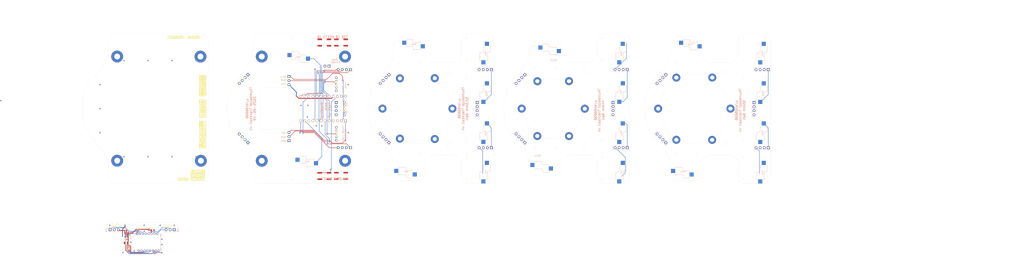
<source format=kicad_pcb>
(kicad_pcb (version 20241229) (generator "pcbnew") (generator_version "9.0")
  (layers (0 "F.Cu" signal) (2 "B.Cu" signal) (13 "F.Paste" user) (15 "B.Paste" user) (5 "F.SilkS" user "F.Silkscreen") (7 "B.SilkS" user "B.Silkscreen") (1 "F.Mask" user) (3 "B.Mask" user) (25 "Edge.Cuts" user))
  (net 0 "")
  (net 1 "GND")
  (net 2 "+3V3")
  (net 3 "NCS")
  (net 4 "SCLK")
  (net 5 "MOTION")
  (net 6 "GND_S")
  (net 7 "Net-(U4-VCP)")
  (net 8 "+1V8")
  (net 9 "+3.3VA")
  (net 10 "Button4")
  (net 11 "Button5")
  (net 12 "GNDA")
  (net 13 "Button3")
  (net 14 "Button2")
  (net 15 "Button1")
  (net 16 "Net-(U4-CP)")
  (net 17 "Net-(U4-CN)")
  (net 18 "Net-(U4-+VCSEL)")
  (net 19 "Net-(J1-Pin_2)")
  (net 21 "MOTION_S")
  (net 22 "Net-(U4-NRESET)")
  (net 23 "Net-(J1-Pin_1)")
  (net 24 "Button6")
  (net 25 "RST")
  (net 26 "SDIO")
  (net 28 "SDIO_S")
  (net 29 "SCLK_S")
  (net 31 "Net-(U4--VCSEL)")
  (net 32 "NCS_S")
  (net 33 "BTReset")
  (net 34 "BTSelect")
  (net 36 "Unlock")
  (net 37 "Orientation")
  (net 40 "Handiness")
  (net 41 "Net-(J4-Pin_4)")
  (net 42 "Net-(J5-Pin_4)")
  (net 43 "GNDB")
  (net 44 "GNDC")
  (net 45 "Net-(J6-Pin_4)")
  (net 46 "Net-(J7-Pin_4)")
  (net 47 "Net-(J4-Pin_1)")
  (net 48 "Net-(J5-Pin_1)")
  (net 49 "Button7")
  (net 50 "Button8")
  (net 51 "Net-(J6-Pin_1)")
  (net 52 "Net-(J7-Pin_1)")
  (net 53 "Net-(J4-Pin_3)")
  (net 54 "Net-(J5-Pin_3)")
  (net 55 "Net-(J6-Pin_3)")
  (net 56 "Net-(J7-Pin_3)")
  (net 57 "GNDE")
  (net 58 "Net-(J22-Pin_4)")
  (net 59 "Net-(J22-Pin_3)")
  (net 60 "Net-(J22-Pin_1)")
  (net 61 "Net-(J23-Pin_3)")
  (net 62 "Net-(J23-Pin_1)")
  (net 63 "Net-(J23-Pin_4)")
  (footprint "keyswitches.pretty-master:Kailh_socket_PG1350" (layer "F.Cu") (at 265.018 64.416 90)
    (property "Reference" "MX4")
    (property "Value" "MX-NoLED")
  )
  (footprint "Connector_PinSocket_2.54mm:PinSocket_1x04_P2.54mm_Vertical" (layer "F.Cu") (at 185.768 125.984 -90)
    (property "Reference" "J12")
    (property "Value" "Conn_01x04_Female")
  )
  (footprint "Connector_PinSocket_2.54mm:PinSocket_1x04_P2.54mm_Vertical" (layer "F.Cu") (at 185.768 77.216 -90)
    (property "Reference" "J15")
    (property "Value" "Conn_01x04_Female")
  )
  (footprint "keyswitches.pretty-master:Kailh_socket_PG1350" (layer "F.Cu") (at 156 139.464 180)
    (property "Reference" "MX2")
    (property "Value" "MX-NoLED")
  )
  (footprint "keyswitches.pretty-master:Kailh_socket_PG1350" (layer "F.Cu") (at 222.65 136.734)
    (property "Reference" "MX3")
    (property "Value" "MX-NoLED")
  )
  (footprint "Capacitor_SMD:C_0402_1005Metric" (layer "F.Cu") (at 60.021446 176.97 90)
    (property "Reference" "C6")
    (property "Value" "100nF")
  )
  (footprint "keyswitches.pretty-master:Kailh_socket_PG1350" (layer "F.Cu") (at 395.475 136.759)
    (property "Reference" "MX17")
    (property "Value" "MX-NoLED")
  )
  (footprint "Capacitor_SMD:C_0402_1005Metric" (layer "F.Cu") (at 46.251446 189.95)
    (property "Reference" "C8")
    (property "Value" "100nF")
  )
  (footprint "MountingHole:MountingHole_2.5mm_Pad" (layer "F.Cu") (at 216.65 82.7)
    (property "Reference" "H6")
    (property "Value" "MountingHole_Pad")
  )
  (footprint "MountingHole:MountingHole_2.5mm_Pad" (layer "F.Cu") (at 389.2 121.05)
    (property "Reference" "H15")
    (property "Value" "MountingHole_Pad")
  )
  (footprint "Connector_PinSocket_2.54mm:PinSocket_1x04_P2.54mm_Vertical" (layer "F.Cu") (at 121.773949 122.786051 -135)
    (property "Reference" "J13")
    (property "Value" "Conn_01x04_Female")
  )
  (footprint "MountingHole:MountingHole_2.5mm_Pad" (layer "F.Cu") (at 389.2 82.25)
    (property "Reference" "H25")
    (property "Value" "MountingHole_Pad")
  )
  (footprint "MountingHole:MountingHole_3.7mm_Pad" (layer "F.Cu") (at 130.4 69.1)
    (property "Reference" "H16")
    (property "Value" "MountingHole_Pad")
  )
  (footprint "Capacitor_SMD:C_0402_1005Metric" (layer "F.Cu") (at 46.521446 183.2 180)
    (property "Reference" "C2")
    (property "Value" "1u")
  )
  (footprint "MountingHole:MountingHole_2.5mm_Pad" (layer "F.Cu") (at 411.65 82.2)
    (property "Reference" "H23")
    (property "Value" "MountingHole_Pad")
  )
  (footprint "MountingHole:MountingHole_2.5mm_Pad" (layer "F.Cu") (at 423 101.6)
    (property "Reference" "H10")
    (property "Value" "MountingHole_Pad")
  )
  (footprint "Button_Switch_SMD:SW_Push_1P1T_NO_CK_KSC6xxJ" (layer "F.Cu") (at 179.9 60.35 180)
    (property "Reference" "BT_SELECT1" (hide yes))
    (property "Value" "SW_Push_Dual")
  )
  (footprint "Connector_PinSocket_2.54mm:PinSocket_1x03_P2.54mm_Vertical" (layer "F.Cu") (at 147.4 121.6 180)
    (property "Reference" "J20")
    (property "Value" "Conn_01x03_Socket")
  )
  (footprint "MountingHole:MountingHole_2.5mm_Pad" (layer "F.Cu") (at 302.425 118.7)
    (property "Reference" "H21")
    (property "Value" "MountingHole_Pad")
  )
  (footprint "KiCad:18252321" (layer "F.Cu") (at 181.9 103.6 90)
    (property "Reference" "SW1")
    (property "Value" "SW_SPDT" (hide yes))
  )
  (footprint "keyswitches.pretty-master:Kailh_socket_PG1350" (layer "F.Cu") (at 156 64.436)
    (property "Reference" "MX5")
    (property "Value" "MX-NoLED")
  )
  (footprint "MountingHole:MountingHole_3.7mm_Pad" (layer "F.Cu") (at 182.4472 134.15)
    (property "Reference" "H12")
    (property "Value" "MountingHole_Pad")
  )
  (footprint "MountingHole:MountingHole_3.7mm_Pad" (layer "F.Cu") (at 92.4 134.15)
    (property "Reference" "H2")
    (property "Value" "MountingHole_Pad")
  )
  (footprint "MountingHole:MountingHole_2.5mm_Pad" (layer "F.Cu") (at 238.4 82.6)
    (property "Reference" "H4")
    (property "Value" "MountingHole_Pad")
  )
  (footprint "Button_Switch_SMD:SW_Push_1P1T_NO_CK_KSC6xxJ" (layer "F.Cu") (at 169.5 143.664)
    (property "Reference" "RESET1" (hide yes))
    (property "Value" "SW_Push_Dual")
  )
  (footprint "keyswitches.pretty-master:Kailh_socket_PG1350" (layer "F.Cu") (at 307.625 133.034)
    (property "Reference" "MX14")
    (property "Value" "MX-NoLED")
  )
  (footprint "MountingHole:MountingHole_2.5mm_Pad" (layer "F.Cu") (at 205.775 101.596446)
    (property "Reference" "H1" (hide yes))
    (property "Value" "MountingHole_Pad")
  )
  (footprint "keyswitches.pretty-master:Kailh_socket_PG1350" (layer "F.Cu") (at 437.843 138.759 90)
    (property "Reference" "MX19")
    (property "Value" "MX-NoLED")
  )
  (footprint "MountingHole:MountingHole_3.7mm_Pad" (layer "F.Cu") (at 92.1556 69.1)
    (property "Reference" "H8")
    (property "Value" "MountingHole_Pad")
  )
  (footprint "Connector_PinSocket_2.54mm:PinSocket_1x03_P2.54mm_Vertical" (layer "F.Cu") (at 147.4 81.6)
    (property "Reference" "J21")
    (property "Value" "Conn_01x03_Socket")
  )
  (footprint "MountingHole:MountingHole_3.7mm_Pad" (layer "F.Cu") (at 130.4 134.15)
    (property "Reference" "H14")
    (property "Value" "MountingHole_Pad")
  )
  (footprint "MountingHole:MountingHole_2.5mm_Pad" (layer "F.Cu") (at 377.85 101.621446)
    (property "Reference" "H26" (hide yes))
    (property "Value" "MountingHole_Pad")
  )
  (footprint "Connector_PinSocket_2.54mm:PinSocket_1x04_P2.54mm_Vertical" (layer "F.Cu") (at 121.78 80.42 -45)
    (property "Reference" "J10")
    (property "Value" "Conn_01x04_Female")
  )
  (footprint "Connector_PinSocket_2.54mm:PinSocket_1x04_P2.54mm_Vertical" (layer "F.Cu") (at 176.9 97.8)
    (property "Reference" "J14")
    (property "Value" "Conn_01x04_Female")
  )
  (footprint "MountingHole:MountingHole_2.5mm_Pad" (layer "F.Cu") (at 332.075 101.65)
    (property "Reference" "H19")
    (property "Value" "MountingHole_Pad")
  )
  (footprint "keyswitches.pretty-master:Kailh_socket_PG1350" (layer "F.Cu") (at 437.843 89.125 90)
    (property "Reference" "MX16")
    (property "Value" "MX-NoLED")
  )
  (footprint "keyswitches.pretty-master:Kailh_socket_PG1350" (layer "F.Cu") (at 307.625 69.416 180)
    (property "Reference" "MX13")
    (property "Value" "MX-NoLED")
  )
  (footprint "keyswitches.pretty-master:Kailh_socket_PG1350" (layer "F.Cu") (at 395.475 66.441 180)
    (property "Reference" "MX18")
    (property "Value" "MX-NoLED")
  )
  (footprint "MountingHole:MountingHole_3.7mm_Pad" (layer "F.Cu") (at 182.4028 69.1)
    (property "Reference" "H13")
    (property "Value" "MountingHole_Pad")
  )
  (footprint "Button_Switch_SMD:SW_Push_1P1T_NO_CK_KSC6xxJ" (layer "F.Cu") (at 169.5 60.35 180)
    (property "Reference" "BT_RESET1" (hide yes))
    (property "Value" "SW_Push_Dual")
  )
  (footprint "MountingHole:MountingHole_2.5mm_Pad" (layer "F.Cu") (at 302.475 84.5)
    (property "Reference" "H17")
    (property "Value" "MountingHole_Pad")
  )
  (footprint "MountingHole:MountingHole_3.7mm_Pad" (layer "F.Cu") (at 40.15 134.1)
    (property "Reference" "H9")
    (property "Value" "MountingHole_Pad")
  )
  (footprint "Capacitor_SMD:C_0402_1005Metric" (layer "F.Cu") (at 45.401446 177.65)
    (property "Reference" "C1")
    (property "Value" "0.1u")
  )
  (footprint "KiCad:18252321" (layer "F.Cu") (at 176.9 88.35 90)
    (property "Reference" "SW3")
    (property "Value" "SW_SPDT" (hide yes))
  )
  (footprint "Capacitor_SMD:C_0402_1005Metric" (layer "F.Cu") (at 46.251446 186.95 180)
    (property "Reference" "C5")
    (property "Value" "100nF")
  )
  (footprint "MountingHole:MountingHole_3.7mm_Pad" (layer "F.Cu") (at 40.1528 69.0739)
    (property "Reference" "H11")
    (property "Value" "MountingHole_Pad")
  )
  (footprint "keyswitches.pretty-master:Kailh_socket_PG1350" (layer "F.Cu") (at 265.018 114.1 90)
    (property "Reference" "MX9")
    (property "Value" "MX-NoLED")
  )
  (footprint "keyswitches.pretty-master:Kailh_socket_PG1350" (layer "F.Cu") (at 222.65 66.416 180)
    (property "Reference" "MX6")
    (property "Value" "MX-NoLED")
  )
  (footprint "Package_TO_SOT_SMD:SOT-23-5" (layer "F.Cu") (at 46.043446 180.4625 -90)
    (property "Reference" "U3")
    (property "Value" "TCR2EF19")
  )
  (footprint "MountingHole:MountingHole_2.5mm_Pad" (layer "F.Cu") (at 238.4 120.6)
    (property "Reference" "H5")
    (property "Value" "MountingHole_Pad")
  )
  (footprint "keyswitches.pretty-master:Kailh_socket_PG1350" (layer "F.Cu") (at 437.843 64.441 90)
    (property "Reference" "MX20")
    (property "Value" "MX-NoLED")
  )
  (footprint "Capacitor_SMD:C_0402_1005Metric" (layer "F.Cu") (at 53.041446 177.7)
    (property "Reference" "C9")
    (property "Value" "10nF")
  )
  (footprint "MountingHole:MountingHole_2.5mm_Pad" (layer "F.Cu") (at 249.4 101.6)
    (property "Reference" "H3")
    (property "Value" "MountingHole_Pad")
  )
  (footprint "MountingHole:MountingHole_2.5mm_Pad" (layer "F.Cu") (at 322.225 118.75)
    (property "Reference" "H20")
    (property "Value" "MountingHole_Pad")
  )
  (footprint "keyswitches.pretty-master:Kailh_socket_PG1350" (layer "F.Cu") (at 349.818 114.125 90)
    (property "Reference" "MX12")
    (property "Value" "MX-NoLED")
  )
  (footprint "MountingHole:MountingHole_2.5mm_Pad" (layer "F.Cu") (at 216.65 120.35)
    (property "Reference" "H7")
    (property "Value" "MountingHole_Pad")
  )
  (footprint "Button_Switch_SMD:SW_Push_1P1T_NO_CK_KSC6xxJ" (layer "F.Cu") (at 179.9 143.6)
    (property "Reference" "STUDIO_UNLOCK1" (hide yes))
    (property "Value" "SW_Push_Dual")
  )
  (footprint "Connector_PinHeader_2.54mm:PinHeader_1x02_P2.54mm_Vertical" (layer "F.Cu") (at 172.4 75.1 -90)
    (property "Reference" "J1")
    (property "Value" "Battery")
  )
  (footprint "keyswitches.pretty-master:Kailh_socket_PG1350" (layer "F.Cu") (at 437.843 114.125 90)
    (property "Reference" "MX15")
    (property "Value" "MX-NoLED")
  )
  (footprint "keyswitches.pretty-master:Kailh_socket_PG1350" (layer "F.Cu") (at 265.018 89.1 90)
    (property "Reference" "MX10")
    (property "Value" "MX-NoLED")
  )
  (footprint "Resistor_SMD:R_0603_1608Metric" (layer "F.Cu") (at 62.346446 177.45)
    (property "Reference" "R3")
    (property "Value" "10k")
  )
  (footprint "keyswitches.pretty-master:Kailh_socket_PG1350" (layer "F.Cu") (at 349.875 89.075 90)
    (property "Reference" "MX11")
    (property "Value" "MX-NoLED")
  )
  (footprint "keyswitches.pretty-master:Kailh_socket_PG1350" (layer "F.Cu") (at 349.818 138.734 90)
    (property "Reference" "MX7")
    (property "Value" "MX-NoLED")
  )
  (footprint "MountingHole:MountingHole_2.5mm_Pad" (layer "F.Cu") (at 292.675 101.6)
    (property "Reference" "H22" (hide yes))
    (property "Value" "MountingHole_Pad")
  )
  (footprint "keyswitches.pretty-master:Kailh_socket_PG1350" (layer "F.Cu") (at 349.818 64.416 90)
    (property "Reference" "MX8")
    (property "Value" "MX-NoLED")
  )
  (footprint "MountingHole:MountingHole_2.5mm_Pad" (layer "F.Cu") (at 411.55 121.1)
    (property "Reference" "H24")
    (property "Value" "MountingHole_Pad")
  )
  (footprint "KiCad:18252321" (layer "F.Cu") (at 176.9 119.35 90)
    (property "Reference" "SW2")
    (property "Value" "SW_SPDT" (hide yes))
  )
  (footprint "MountingHole:MountingHole_2.5mm_Pad" (layer "F.Cu") (at 322.225 84.45)
    (property "Reference" "H18")
    (property "Value" "MountingHole_Pad")
  )
  (footprint "keyswitches.pretty-master:Kailh_socket_PG1350" (layer "F.Cu") (at 265.018 138.734 90)
    (property "Reference" "MX1")
    (property "Value" "MX-NoLED")
  )
  (footprint "Capacitor_SMD:C_0402_1005Metric" (layer "F.Cu") (at 46.251446 187.95 180)
    (property "Reference" "C3")
    (property "Value" "10uF")
  )
  (footprint "Capacitor_SMD:C_0805_2012Metric" (layer "F.Cu") (at 45.771446 185.45 180)
    (property "Reference" "C4")
    (property "Value" "3.3uF/16V")
  )
  (footprint "Capacitor_SMD:C_0402_1005Metric" (layer "F.Cu") (at 46.251446 188.95 180)
    (property "Reference" "C7")
    (property "Value" "10nF")
  )
  (footprint "Connector_PinHeader_2.54mm:PinHeader_1x04_P2.54mm_Vertical" (layer "B.Cu") (at 273.768 77.216 90)
    (property "Reference" "J5")
    (property "Value" "Conn_01x04_Male")
  )
  (footprint "Connector_PinHeader_2.54mm:PinHeader_1x04_P2.54mm_Vertical" (layer "B.Cu") (at 273.768 125.984 90)
    (property "Reference" "J4")
    (property "Value" "Conn_01x04_Male")
  )
  (footprint "Connector_PinHeader_2.54mm:PinHeader_1x04_P2.54mm_Vertical" (layer "B.Cu") (at 209.773949 80.423949 135)
    (property "Reference" "J2")
    (property "Value" "Conn_01x04_Male")
  )
  (footprint "Connector_PinHeader_2.54mm:PinHeader_1x04_P2.54mm_Vertical" (layer "B.Cu") (at 209.773949 122.786051 45)
    (property "Reference" "J3")
    (property "Value" "Conn_01x04_Male")
  )
  (footprint "Connector_PinHeader_2.54mm:PinHeader_1x04_P2.54mm_Vertical" (layer "B.Cu") (at 446.593 126.009 90)
    (property "Reference" "J22")
    (property "Value" "Conn_01x04_Male")
  )
  (footprint "promicro:ProMicro" (layer "B.Cu") (at 168.69 101.58 180)
    (property "Reference" "U1" (hide yes))
    (property "Value" "ProMicro")
  )
  (footprint "Connector_PinHeader_2.54mm:PinHeader_1x04_P2.54mm_Vertical" (layer "B.Cu") (at 294.573949 80.423949 135)
    (property "Reference" "J9")
    (property "Value" "Conn_01x04_Male")
  )
  (footprint "Connector_PinHeader_2.54mm:PinHeader_1x04_P2.54mm_Vertical" (layer "B.Cu") (at 437.725 97.815 180)
    (property "Reference" "J25")
    (property "Value" "Conn_01x04_Male")
  )
  (footprint "Connector_PinHeader_2.54mm:PinHeader_1x04_P2.54mm_Vertical" (layer "B.Cu") (at 446.593 77.241 90)
    (property "Reference" "J23")
    (property "Value" "Conn_01x04_Male")
  )
  (footprint "Connector_PinHeader_2.54mm:PinHeader_1x04_P2.54mm_Vertical" (layer "B.Cu") (at 358.568 125.984 90)
    (property "Reference" "J6")
    (property "Value" "Conn_01x04_Male")
  )
  (footprint "Connector_PinHeader_2.54mm:PinHeader_1x04_P2.54mm_Vertical" (layer "B.Cu") (at 294.573949 122.786051 45)
    (property "Reference" "J8")
    (property "Value" "Conn_01x04_Male")
  )
  (footprint "Connector_PinHeader_2.54mm:PinHeader_1x04_P2.54mm_Vertical" (layer "B.Cu") (at 349.7 97.79 180)
    (property "Reference" "J11")
    (property "Value" "Conn_01x04_Male")
  )
  (footprint "pmw3610_pcb:PMW3610DM-SUDU 16Pin" (layer "B.Cu") (at 58.821446 185 180)
    (property "Reference" "U4")
    (property "Value" "PMW3610" (hide yes))
    (fp_rect (start -8.252 4.35) (end 8.948 -4.35) (stroke (width 0.1)) (fill no) (layer "Edge.Cuts"))
  )
  (footprint "Connector_PinHeader_2.54mm:PinHeader_1x04_P2.54mm_Vertical" (layer "B.Cu") (at 264.9 97.79 180)
    (property "Reference" "J16")
    (property "Value" "Conn_01x04_Male")
  )
  (footprint "Connector_PinHeader_2.54mm:PinHeader_1x04_P2.54mm_Vertical" (layer "B.Cu") (at 382.598949 122.811051 45)
    (property "Reference" "J17")
    (property "Value" "Conn_01x04_Male")
  )
  (footprint "Connector_PinHeader_2.54mm:PinHeader_1x03_P2.54mm_Vertical" (layer "B.Cu") (at 35.771446 177.2 -90)
    (property "Reference" "J19")
    (property "Value" "Conn_01x03_Pin")
  )
  (footprint "Connector_PinHeader_2.54mm:PinHeader_1x03_P2.54mm_Vertical" (layer "B.Cu") (at 75.771446 177.2 90)
    (property "Reference" "J18")
    (property "Value" "Conn_01x03_Pin")
  )
  (footprint "Connector_PinHeader_2.54mm:PinHeader_1x04_P2.54mm_Vertical" (layer "B.Cu") (at 382.598949 80.448949 135)
    (property "Reference" "J24")
    (property "Value" "Conn_01x04_Male")
  )
  (footprint "Connector_PinHeader_2.54mm:PinHeader_1x04_P2.54mm_Vertical" (layer "B.Cu") (at 358.568 77.216 90)
    (property "Reference" "J7")
    (property "Value" "Conn_01x04_Male")
  )
  (gr_circle (center 400.425 101.625) (end 422.025 101.625) (stroke (width 0.05)) (fill no) (layer "Edge.Cuts"))
  (gr_arc (start 92.155576 54.5739) (mid 95.690143 56.037376) (end 97.155575 59.571123) (stroke (width 0.05)) (layer "Edge.Cuts"))
  (gr_line (start 322.45 130.6) (end 334.7 130.6) (stroke (width 0.05)) (layer "Edge.Cuts"))
  (gr_arc (start 149.15 97.2) (mid 147.866528 96.674454) (end 147.320241 95.399672) (stroke (width 0.05)) (layer "Edge.Cuts"))
  (gr_line (start 149.15 97.2) (end 149.4 97.2) (stroke (width 0.05)) (layer "Edge.Cuts"))
  (gr_arc (start 410.475 72.625) (mid 406.939466 71.160534) (end 405.475 67.625) (stroke (width 0.05)) (layer "Edge.Cuts"))
  (gr_line (start 339.7 143.6) (end 339.7 135.6) (stroke (width 0.05)) (layer "Edge.Cuts"))
  (gr_line (start 34.978553 172.95) (end 76.521446 172.95) (stroke (width 0.05)) (layer "Edge.Cuts"))
  (gr_arc (start 292.604827 125.905394) (mid 296.268839 131.804603) (end 297.7 138.6) (stroke (width 0.05)) (layer "Edge.Cuts"))
  (gr_line (start 68.921446 179.05) (end 68.913649 191.641466) (stroke (width 0.05)) (layer "Edge.Cuts"))
  (gr_line (start 42.621446 178.95) (end 42.621452 191.65) (stroke (width 0.05)) (layer "Edge.Cuts"))
  (gr_arc (start 259.9 148.6) (mid 256.364466 147.135534) (end 254.9 143.6) (stroke (width 0.05)) (layer "Edge.Cuts"))
  (gr_line (start 427.725 143.625) (end 427.725 135.625) (stroke (width 0.05)) (layer "Edge.Cuts"))
  (gr_line (start 207.804827 125.905394) (end 204.400001 122.1) (stroke (width 0.05)) (layer "Edge.Cuts"))
  (gr_arc (start 355.2 54.6) (mid 358.735534 56.064466) (end 360.2 59.6) (stroke (width 0.05)) (layer "Edge.Cuts"))
  (gr_arc (start 312.45 59.6) (mid 315.985534 61.064466) (end 317.45 64.6) (stroke (width 0.05)) (layer "Edge.Cuts"))
  (gr_arc (start 360.2 143.6) (mid 358.735534 147.135534) (end 355.2 148.6) (stroke (width 0.05)) (layer "Edge.Cuts"))
  (gr_line (start 410.475 72.625) (end 422.725 72.625) (stroke (width 0.05)) (layer "Edge.Cuts"))
  (gr_line (start 29.557627 125.879294) (end 26.152801 122.0739) (stroke (width 0.05)) (layer "Edge.Cuts"))
  (gr_arc (start 270.4 54.6) (mid 273.935534 56.064466) (end 275.4 59.6) (stroke (width 0.05)) (layer "Edge.Cuts"))
  (gr_arc (start 147.430143 111.097808) (mid 147.941648 109.895955) (end 149.15 109.4) (stroke (width 0.05)) (layer "Edge.Cuts"))
  (gr_line (start 187.402799 59.597223) (end 187.447219 143.623303) (stroke (width 0.05)) (layer "Edge.Cuts"))
  (gr_circle (center 247.4 78.6) (end 245.9 78.7) (stroke (width 0.05)) (fill no) (layer "Edge.Cuts"))
  (gr_line (start 312.45 59.6) (end 302.7 59.6) (stroke (width 0.05)) (layer "Edge.Cuts"))
  (gr_line (start 42.62139 178.95) (end 34.978553 178.95) (stroke (width 0.05)) (layer "Edge.Cuts"))
  (gr_arc (start 124.9 63.958709) (mid 123.582833 71.096757) (end 119.804827 77.294606) (stroke (width 0.05)) (layer "Edge.Cuts"))
  (gr_arc (start 339.7 59.6) (mid 341.164466 56.064466) (end 344.7 54.6) (stroke (width 0.05)) (layer "Edge.Cuts"))
  (gr_arc (start 119.804827 125.905394) (mid 123.582837 132.103242) (end 124.9 139.241291) (stroke (width 0.05)) (layer "Edge.Cuts"))
  (gr_line (start 400.475 146.625) (end 390.725 146.625) (stroke (width 0.05)) (layer "Edge.Cuts"))
  (gr_arc (start 275.4 143.6) (mid 273.935534 147.135534) (end 270.4 148.6) (stroke (width 0.05)) (layer "Edge.Cuts"))
  (gr_arc (start 385.725 63.983709) (mid 384.407833 71.121757) (end 380.629827 77.319606) (stroke (width 0.05)) (layer "Edge.Cuts"))
  (gr_arc (start 212.9 63.958709) (mid 211.582833 71.096757) (end 207.804827 77.294606) (stroke (width 0.05)) (layer "Edge.Cuts"))
  (gr_line (start 317.45 67.6) (end 317.45 64.6) (stroke (width 0.05)) (layer "Edge.Cuts"))
  (gr_circle (center 332.2 78.6) (end 330.7 78.7) (stroke (width 0.05)) (fill no) (layer "Edge.Cuts"))
  (gr_line (start 275.4 101.6) (end 275.4 59.6) (stroke (width 0.05)) (layer "Edge.Cuts"))
  (gr_arc (start 377.225 122.125) (mid 369.456087 101.625) (end 377.225 81.125) (stroke (width 0.05)) (layer "Edge.Cuts"))
  (gr_line (start 380.629827 77.319606) (end 377.225001 81.125) (stroke (width 0.05)) (layer "Edge.Cuts"))
  (gr_arc (start 33.978553 173.95) (mid 34.271447 173.242896) (end 34.978553 172.95) (stroke (width 0.05)) (layer "Edge.Cuts"))
  (gr_circle (center 332.2 124.6) (end 333.7 124.5) (stroke (width 0.05)) (fill no) (layer "Edge.Cuts"))
  (gr_arc (start 297.7 64.6) (mid 296.268836 71.395396) (end 292.604827 77.294606) (stroke (width 0.05)) (layer "Edge.Cuts"))
  (gr_line (start 68.921446 179.05) (end 76.514339 179.05) (stroke (width 0.05)) (layer "Edge.Cuts"))
  (gr_arc (start 232.65 135.6) (mid 234.114466 132.064466) (end 237.65 130.6) (stroke (width 0.05)) (layer "Edge.Cuts"))
  (gr_line (start 360.2 101.6) (end 360.2 143.6) (stroke (width 0.05)) (layer "Edge.Cuts"))
  (gr_line (start 227.65 146.6) (end 217.9 146.6) (stroke (width 0.05)) (layer "Edge.Cuts"))
  (gr_line (start 400.475 56.625) (end 390.725 56.625) (stroke (width 0.05)) (layer "Edge.Cuts"))
  (gr_arc (start 427.725 59.625) (mid 429.189466 56.089466) (end 432.725 54.625) (stroke (width 0.05)) (layer "Edge.Cuts"))
  (gr_arc (start 173.15 89.85) (mid 172.857107 90.557107) (end 172.15 90.85) (stroke (width 0.05)) (layer "Edge.Cuts"))
  (gr_line (start 129.4 113.849999) (end 129.4 89.35) (stroke (width 0.05)) (layer "Edge.Cuts"))
  (gr_line (start 124.9 143.6) (end 124.9 139.241291) (stroke (width 0.05)) (layer "Edge.Cuts"))
  (gr_line (start 146.430038 114.85) (end 130.4 114.849999) (stroke (width 0.05)) (layer "Edge.Cuts"))
  (gr_arc (start 334.7 130.6) (mid 338.235534 132.064466) (end 339.7 135.6) (stroke (width 0.05)) (layer "Edge.Cuts"))
  (gr_arc (start 34.6528 59.5739) (mid 36.117266 56.038366) (end 39.6528 54.5739) (stroke (width 0.05)) (layer "Edge.Cuts"))
  (gr_line (start 232.65 67.6) (end 232.65 61.6) (stroke (width 0.05)) (layer "Edge.Cuts"))
  (gr_arc (start 130.4 114.849999) (mid 129.692894 114.557106) (end 129.4 113.849999) (stroke (width 0.05)) (layer "Edge.Cuts"))
  (gr_line (start 34.6528 59.5739) (end 34.6528 63.932609) (stroke (width 0.05)) (layer "Edge.Cuts"))
  (gr_line (start 29.557627 77.268506) (end 26.152801 81.0739) (stroke (width 0.05)) (layer "Edge.Cuts"))
  (gr_line (start 317.45 135.6) (end 317.45 138.6) (stroke (width 0.05)) (layer "Edge.Cuts"))
  (gr_arc (start 76.521446 172.95) (mid 77.228553 173.242893) (end 77.521446 173.95) (stroke (width 0.05)) (layer "Edge.Cuts"))
  (gr_arc (start 26.1528 122.0739) (mid 18.383887 101.5739) (end 26.1528 81.0739) (stroke (width 0.05)) (layer "Edge.Cuts"))
  (gr_line (start 405.475 67.625) (end 405.475 61.625) (stroke (width 0.05)) (layer "Edge.Cuts"))
  (gr_arc (start 159.692893 89.892893) (mid 159.4 90.6) (end 158.692893 90.892893) (stroke (width 0.05)) (layer "Edge.Cuts"))
  (gr_line (start 212.9 141.6) (end 212.9 139.241291) (stroke (width 0.05)) (layer "Edge.Cuts"))
  (gr_line (start 292.604827 77.294606) (end 289.200001 81.1) (stroke (width 0.05)) (layer "Edge.Cuts"))
  (gr_line (start 212.9 61.6) (end 212.9 63.958709) (stroke (width 0.05)) (layer "Edge.Cuts"))
  (gr_arc (start 207.804827 125.905394) (mid 211.582837 132.103242) (end 212.9 139.241291) (stroke (width 0.05)) (layer "Edge.Cuts"))
  (gr_circle (center 65.271446 175.45) (end 65.271446 174.45) (stroke (width 0.05)) (fill no) (layer "Edge.Cuts"))
  (gr_arc (start 124.9 59.6) (mid 126.364466 56.064466) (end 129.9 54.6) (stroke (width 0.05)) (layer "Edge.Cuts"))
  (gr_circle (center 227.6 101.6) (end 248.4 101.6) (stroke (width 0.05)) (fill no) (layer "Edge.Cuts"))
  (gr_arc (start 237.65 72.6) (mid 234.114466 71.135534) (end 232.65 67.6) (stroke (width 0.05)) (layer "Edge.Cuts"))
  (gr_arc (start 339.7 67.6) (mid 338.235534 71.135534) (end 334.7 72.6) (stroke (width 0.05)) (layer "Edge.Cuts"))
  (gr_line (start 39.6528 148.5739) (end 92.1528 148.5739) (stroke (width 0.05)) (layer "Edge.Cuts"))
  (gr_line (start 147.430143 111.097822) (end 147.430038 113.850038) (stroke (width 0.05)) (layer "Edge.Cuts"))
  (gr_line (start 149.15 109.4) (end 149.4 109.4) (stroke (width 0.05)) (layer "Edge.Cuts"))
  (gr_line (start 173.15 86.85) (end 173.15 89.85) (stroke (width 0.05)) (layer "Edge.Cuts"))
  (gr_arc (start 317.45 135.6) (mid 318.914466 132.064466) (end 322.45 130.6) (stroke (width 0.05)) (layer "Edge.Cuts"))
  (gr_circle (center 420.225 78.625) (end 418.725 78.725) (stroke (width 0.05)) (fill no) (layer "Edge.Cuts"))
  (gr_line (start 147.320241 95.399698) (end 147.320034 89.349966) (stroke (width 0.05)) (layer "Edge.Cuts"))
  (gr_arc (start 254.9 59.6) (mid 256.364466 56.064466) (end 259.9 54.6) (stroke (width 0.05)) (layer "Edge.Cuts"))
  (gr_line (start 34.6528 143.5739) (end 34.6528 139.215191) (stroke (width 0.05)) (layer "Edge.Cuts"))
  (gr_arc (start 232.65 141.6) (mid 231.185534 145.135534) (end 227.65 146.6) (stroke (width 0.05)) (layer "Edge.Cuts"))
  (gr_arc (start 172.15 90.85) (mid 171.442893 90.557107) (end 171.15 89.85) (stroke (width 0.05)) (layer "Edge.Cuts"))
  (gr_circle (center 247.4 124.6) (end 248.9 124.5) (stroke (width 0.05)) (fill no) (layer "Edge.Cuts"))
  (gr_line (start 427.725 59.625) (end 427.725 67.625) (stroke (width 0.05)) (layer "Edge.Cuts"))
  (gr_line (start 385.725 141.625) (end 385.725 139.266291) (stroke (width 0.05)) (layer "Edge.Cuts"))
  (gr_line (start 237.65 72.6) (end 249.9 72.6) (stroke (width 0.05)) (layer "Edge.Cuts"))
  (gr_arc (start 254.9 67.6) (mid 253.435534 71.135534) (end 249.9 72.6) (stroke (width 0.05)) (layer "Edge.Cuts"))
  (gr_arc (start 172.15 85.85) (mid 172.857107 86.142893) (end 173.15 86.85) (stroke (width 0.05)) (layer "Edge.Cuts"))
  (gr_arc (start 385.725 61.625) (mid 387.189466 58.089466) (end 390.725 56.625) (stroke (width 0.05)) (layer "Edge.Cuts"))
  (gr_arc (start 212.9 61.6) (mid 214.364466 58.064466) (end 217.9 56.6) (stroke (width 0.05)) (layer "Edge.Cuts"))
  (gr_arc (start 344.7 148.6) (mid 341.164466 147.135534) (end 339.7 143.6) (stroke (width 0.05)) (layer "Edge.Cuts"))
  (gr_line (start 129.9 54.6) (end 182.4 54.6) (stroke (width 0.05)) (layer "Edge.Cuts"))
  (gr_line (start 254.9 59.6) (end 254.9 67.6) (stroke (width 0.05)) (layer "Edge.Cuts"))
  (gr_arc (start 400.475 56.625) (mid 404.010534 58.089466) (end 405.475 61.625) (stroke (width 0.05)) (layer "Edge.Cuts"))
  (gr_arc (start 150.4 108.4) (mid 150.107107 109.107107) (end 149.4 109.4) (stroke (width 0.05)) (layer "Edge.Cuts"))
  (gr_arc (start 147.430038 113.850038) (mid 147.137131 114.55712) (end 146.430038 114.85) (stroke (width 0.05)) (layer "Edge.Cuts"))
  (gr_line (start 119.804827 77.294606) (end 116.400001 81.1) (stroke (width 0.05)) (layer "Edge.Cuts"))
  (gr_line (start 159.692893 86.892893) (end 159.692893 89.892893) (stroke (width 0.05)) (layer "Edge.Cuts"))
  (gr_line (start 259.9 54.6) (end 270.4 54.6) (stroke (width 0.05)) (layer "Edge.Cuts"))
  (gr_line (start 448.225 101.625) (end 448.225 59.625) (stroke (width 0.05)) (layer "Edge.Cuts"))
  (gr_arc (start 34.978553 178.95) (mid 34.271442 178.657109) (end 33.978553 177.95) (stroke (width 0.05)) (layer "Edge.Cuts"))
  (gr_line (start 146.320034 88.35) (end 130.4 88.35) (stroke (width 0.05)) (layer "Edge.Cuts"))
  (gr_arc (start 432.725 148.625) (mid 429.189466 147.160534) (end 427.725 143.625) (stroke (width 0.05)) (layer "Edge.Cuts"))
  (gr_arc (start 146.320034 88.35) (mid 147.027107 88.642893) (end 147.320034 89.349966) (stroke (width 0.05)) (layer "Edge.Cuts"))
  (gr_line (start 157.692893 89.892893) (end 157.692893 86.892893) (stroke (width 0.05)) (layer "Edge.Cuts"))
  (gr_arc (start 68.913553 191.641466) (mid 68.621452 192.35002) (end 67.913555 192.643688) (stroke (width 0.05)) (layer "Edge.Cuts"))
  (gr_line (start 380.629827 125.930394) (end 377.225001 122.125) (stroke (width 0.05)) (layer "Edge.Cuts"))
  (gr_circle (center 312.4 101.6) (end 331.1 101.6) (stroke (width 0.05)) (fill no) (layer "Edge.Cuts"))
  (gr_arc (start 34.6528 63.932609) (mid 33.335633 71.070657) (end 29.557627 77.268506) (stroke (width 0.05)) (layer "Edge.Cuts"))
  (gr_circle (center 420.225 124.625) (end 421.725 124.525) (stroke (width 0.05)) (fill no) (layer "Edge.Cuts"))
  (gr_arc (start 157.692893 86.892893) (mid 157.985786 86.185786) (end 158.692893 85.892893) (stroke (width 0.05)) (layer "Edge.Cuts"))
  (gr_circle (center 49.521446 175.45) (end 49.521446 174.45) (stroke (width 0.05)) (fill no) (layer "Edge.Cuts"))
  (gr_line (start 448.225 101.625) (end 448.225 143.625) (stroke (width 0.05)) (layer "Edge.Cuts"))
  (gr_line (start 39.6528 54.5739) (end 92.1528 54.5739) (stroke (width 0.05)) (layer "Edge.Cuts"))
  (gr_arc (start 77.514339 178.042893) (mid 77.221448 178.750002) (end 76.514339 179.042893) (stroke (width 0.05)) (layer "Edge.Cuts"))
  (gr_arc (start 129.9 148.6) (mid 126.364466 147.135534) (end 124.9 143.6) (stroke (width 0.05)) (layer "Edge.Cuts"))
  (gr_arc (start 116.4 122.1) (mid 108.631087 101.6) (end 116.4 81.1) (stroke (width 0.05)) (layer "Edge.Cuts"))
  (gr_arc (start 43.621444 192.647797) (mid 42.915119 192.355681) (end 42.621446 191.65) (stroke (width 0.05)) (layer "Edge.Cuts"))
  (gr_line (start 322.45 72.6) (end 334.7 72.6) (stroke (width 0.05)) (layer "Edge.Cuts"))
  (gr_line (start 432.725 148.625) (end 443.225 148.625) (stroke (width 0.05)) (layer "Edge.Cuts"))
  (gr_arc (start 182.402776 54.6) (mid 185.937343 56.063476) (end 187.402775 59.597223) (stroke (width 0.05)) (layer "Edge.Cuts"))
  (gr_arc (start 149.4 97.2) (mid 150.107107 97.492893) (end 150.4 98.2) (stroke (width 0.05)) (layer "Edge.Cuts"))
  (gr_line (start 124.9 59.6) (end 124.9 63.958709) (stroke (width 0.05)) (layer "Edge.Cuts"))
  (gr_line (start 150.4 98.2) (end 150.4 108.4) (stroke (width 0.05)) (layer "Edge.Cuts"))
  (gr_circle (center 159.4 124.6) (end 160.9 124.5) (stroke (width 0.05)) (fill no) (layer "Edge.Cuts"))
  (gr_arc (start 289.2 122.1) (mid 281.431087 101.6) (end 289.2 81.1) (stroke (width 0.05)) (layer "Edge.Cuts"))
  (gr_arc (start 390.725 146.625) (mid 387.189466 145.160534) (end 385.725 141.625) (stroke (width 0.05)) (layer "Edge.Cuts"))
  (gr_arc (start 227.65 56.6) (mid 231.185534 58.064466) (end 232.65 61.6) (stroke (width 0.05)) (layer "Edge.Cuts"))
  (gr_line (start 344.7 54.6) (end 355.2 54.6) (stroke (width 0.05)) (layer "Edge.Cuts"))
  (gr_line (start 119.804827 125.905394) (end 116.400001 122.1) (stroke (width 0.05)) (layer "Edge.Cuts"))
  (gr_arc (start 129.4 89.35) (mid 129.692893 88.642893) (end 130.4 88.35) (stroke (width 0.05)) (layer "Edge.Cuts"))
  (gr_arc (start 302.7 143.6) (mid 299.164466 142.135534) (end 297.7 138.6) (stroke (width 0.05)) (layer "Edge.Cuts"))
  (gr_arc (start 171.15 86.85) (mid 171.442893 86.142893) (end 172.15 85.85) (stroke (width 0.05)) (layer "Edge.Cuts"))
  (gr_arc (start 39.6528 148.5739) (mid 36.117266 147.109434) (end 34.6528 143.5739) (stroke (width 0.05)) (layer "Edge.Cuts"))
  (gr_arc (start 317.45 138.6) (mid 315.985534 142.135534) (end 312.45 143.6) (stroke (width 0.05)) (layer "Edge.Cuts"))
  (gr_arc (start 380.629827 125.930394) (mid 384.407837 132.128242) (end 385.725 139.266291) (stroke (width 0.05)) (layer "Edge.Cuts"))
  (gr_arc (start 297.7 64.6) (mid 299.164466 61.064466) (end 302.7 59.6) (stroke (width 0.05)) (layer "Edge.Cuts"))
  (gr_arc (start 427.725 67.625) (mid 426.260534 71.160534) (end 422.725 72.625) (stroke (width 0.05)) (layer "Edge.Cuts"))
  (gr_line (start 97.155599 59.571123) (end 97.200019 143.597203) (stroke (width 0.05)) (layer "Edge.Cuts"))
  (gr_arc (start 204.4 122.1) (mid 196.631087 101.6) (end 204.4 81.1) (stroke (width 0.05)) (layer "Edge.Cuts"))
  (gr_line (start 207.804827 77.294606) (end 204.400001 81.1) (stroke (width 0.05)) (layer "Edge.Cuts"))
  (gr_line (start 385.725 61.625) (end 385.725 63.983709) (stroke (width 0.05)) (layer "Edge.Cuts"))
  (gr_line (start 33.978553 177.95) (end 33.978553 173.95) (stroke (width 0.05)) (layer "Edge.Cuts"))
  (gr_arc (start 322.45 72.6) (mid 318.914466 71.135534) (end 317.45 67.6) (stroke (width 0.05)) (layer "Edge.Cuts"))
  (gr_line (start 67.907066 192.643688) (end 43.621444 192.647797) (stroke (width 0.05)) (layer "Edge.Cuts"))
  (gr_line (start 129.9 148.6) (end 182.4 148.6) (stroke (width 0.05)) (layer "Edge.Cuts"))
  (gr_line (start 254.9 143.6) (end 254.9 135.6) (stroke (width 0.05)) (layer "Edge.Cuts"))
  (gr_arc (start 217.9 146.6) (mid 214.364466 145.135534) (end 212.9 141.6) (stroke (width 0.05)) (layer "Edge.Cuts"))
  (gr_line (start 292.604827 125.905394) (end 289.200001 122.1) (stroke (width 0.05)) (layer "Edge.Cuts"))
  (gr_line (start 227.65 56.6) (end 217.9 56.6) (stroke (width 0.05)) (layer "Edge.Cuts"))
  (gr_line (start 360.2 101.6) (end 360.2 59.6) (stroke (width 0.05)) (layer "Edge.Cuts"))
  (gr_line (start 339.7 59.6) (end 339.7 67.6) (stroke (width 0.05)) (layer "Edge.Cuts"))
  (gr_arc (start 405.475 135.625) (mid 406.939466 132.089466) (end 410.475 130.625) (stroke (width 0.05)) (layer "Edge.Cuts"))
  (gr_arc (start 158.692893 85.892893) (mid 159.4 86.185786) (end 159.692893 86.892893) (stroke (width 0.05)) (layer "Edge.Cuts"))
  (gr_arc (start 448.225 143.625) (mid 446.760534 147.160534) (end 443.225 148.625) (stroke (width 0.05)) (layer "Edge.Cuts"))
  (gr_line (start 410.475 130.625) (end 422.725 130.625) (stroke (width 0.05)) (layer "Edge.Cuts"))
  (gr_arc (start 405.475 141.625) (mid 404.010534 145.160534) (end 400.475 146.625) (stroke (width 0.05)) (layer "Edge.Cuts"))
  (gr_arc (start 249.9 130.6) (mid 253.435534 132.064466) (end 254.9 135.6) (stroke (width 0.05)) (layer "Edge.Cuts"))
  (gr_line (start 344.7 148.6) (end 355.2 148.6) (stroke (width 0.05)) (layer "Edge.Cuts"))
  (gr_line (start 405.475 135.625) (end 405.475 141.625) (stroke (width 0.05)) (layer "Edge.Cuts"))
  (gr_line (start 232.65 135.6) (end 232.65 141.6) (stroke (width 0.05)) (layer "Edge.Cuts"))
  (gr_line (start 259.9 148.6) (end 270.4 148.6) (stroke (width 0.05)) (layer "Edge.Cuts"))
  (gr_line (start 171.15 89.85) (end 171.15 86.85) (stroke (width 0.05)) (layer "Edge.Cuts"))
  (gr_line (start 77.514338 178.042893) (end 77.521446 173.95) (stroke (width 0.05)) (layer "Edge.Cuts"))
  (gr_line (start 275.4 101.6) (end 275.4 143.6) (stroke (width 0.05)) (layer "Edge.Cuts"))
  (gr_arc (start 443.225 54.625) (mid 446.760534 56.089466) (end 448.225 59.625) (stroke (width 0.05)) (layer "Edge.Cuts"))
  (gr_line (start 312.45 143.6) (end 302.7 143.6) (stroke (width 0.05)) (layer "Edge.Cuts"))
  (gr_line (start 432.725 54.625) (end 443.225 54.625) (stroke (width 0.05)) (layer "Edge.Cuts"))
  (gr_line (start 237.65 130.6) (end 249.9 130.6) (stroke (width 0.05)) (layer "Edge.Cuts"))
  (gr_circle (center 149.15 111.12) (end 150.15 111.12) (stroke (width 0.05)) (fill no) (layer "Edge.Cuts"))
  (gr_arc (start 158.692893 90.892893) (mid 157.985786 90.6) (end 157.692893 89.892893) (stroke (width 0.05)) (layer "Edge.Cuts"))
  (gr_circle (center 159.4 78.6) (end 160.9 78.6) (stroke (width 0.05)) (fill no) (layer "Edge.Cuts"))
  (gr_circle (center 149.15 95.37) (end 150.15 95.37) (stroke (width 0.05)) (fill no) (layer "Edge.Cuts"))
  (gr_arc (start 422.725 130.625) (mid 426.260534 132.089466) (end 427.725 135.625) (stroke (width 0.05)) (layer "Edge.Cuts"))
  (gr_arc (start 29.557627 125.879294) (mid 33.335637 132.077142) (end 34.6528 139.215191) (stroke (width 0.05)) (layer "Edge.Cuts"))
  (gr_arc (start 187.447219 143.623303) (mid 185.995187 147.198414) (end 182.4 148.6) (stroke (width 0.05)) (layer "Edge.Cuts"))
  (gr_arc (start 97.200019 143.597203) (mid 95.747987 147.172314) (end 92.1528 148.5739) (stroke (width 0.05)) (layer "Edge.Cuts"))
  (gr_text "BT SEL" (at 88.4 56.1 180) (layer "F.SilkS" knockout) (effects (font (size 1.5 1.5) (thickness 0.3) (bold yes)) (justify bottom)))
  (gr_text "ZMK\nSTUDIO\nUNLOCK" (at 90.4 146.6 0) (layer "F.SilkS" knockout) (effects (font (size 1.5 1.5) (thickness 0.3) (bold yes)) (justify bottom)))
  (gr_text "SDIO" (at 38.521446 176.2 45) (layer "F.SilkS") (effects (font (size 1 1)) (justify left bottom)))
  (gr_text "HAND\nRIGHT-LEFT" (at 95.7 87.35 90) (layer "F.SilkS" knockout) (effects (font (size 1.5 1.5) (thickness 0.2) (bold yes)) (justify bottom)))
  (gr_text "GND" (at 73.771446 174.2 315) (layer "F.SilkS") (effects (font (size 1 1)) (justify left bottom)))
  (gr_text "NCS" (at 71.021446 174.2 315) (layer "F.SilkS") (effects (font (size 1 1)) (justify left bottom)))
  (gr_text "MOT" (at 68.021446 174.2 315) (layer "F.SilkS") (effects (font (size 1 1)) (justify left bottom)))
  (gr_text "BATTERY \nON - OFF" (at 95.7 101.65 90) (layer "F.SilkS" knockout) (effects (font (size 1.5 1.5) (thickness 0.3) (bold yes)) (justify bottom)))
  (gr_text "3.3V" (at 41.021446 176.45 45) (layer "F.SilkS") (effects (font (size 1 1)) (justify left bottom)))
  (gr_text "BT CLEAR" (at 76.9 56.1 180) (layer "F.SilkS" knockout) (effects (font (size 1.5 1.5) (thickness 0.3) (bold yes)) (justify bottom)))
  (gr_text "1" (at 50.271446 179.7 0) (layer "F.SilkS") (effects (font (size 1 1)) (justify left bottom)))
  (gr_text "CONTROL\nFINGER-THUMB" (at 95.7 117.9 90) (layer "F.SilkS" knockout) (effects (font (size 1.5 1.5) (thickness 0.3) (bold yes)) (justify bottom)))
  (gr_text "SCLK" (at 35.521446 176.45 45) (layer "F.SilkS") (effects (font (size 1 1)) (justify left bottom)))
  (gr_text "RESET" (at 77.4 146.6 0) (layer "F.SilkS" knockout) (effects (font (size 1.5 1.5) (thickness 0.3) (bold yes)) (justify left bottom)))
  (gr_text "LEFT-RIGHT\nHAND" (at 183.3715 87.1 90) (layer "B.SilkS") (effects (font (size 1 1)) (justify bottom mirror)))
  (gr_text "+Battery\n (Red)" (at 172.9 70.6 180) (layer "B.SilkS") (effects (font (size 1 1)) (justify left bottom mirror)))
  (gr_text "RESET" (at 174.65 146.35 0) (layer "B.SilkS") (effects (font (size 1.5 1.5) (thickness 0.3) (bold yes)) (justify left bottom mirror)))
  (gr_text "u/ak66666\nThumbsUp! Trackball v4\n52.5mm Ball" (at 259.4 101.6 90) (layer "B.SilkS") (effects (font (size 1.5 1.5) (thickness 0.3) (bold yes)) (justify bottom mirror)))
  (gr_text "u/ak66666\nThumbsUp! Trackball v4\n44mm Ball" (at 344.4 102.6 90) (layer "B.SilkS") (effects (font (size 1.5 1.5) (thickness 0.3) (bold yes)) (justify bottom mirror)))
  (gr_text "SCLK" (at 145.8 82.35 0) (layer "B.SilkS") (effects (font (size 1 1)) (justify left bottom mirror)))
  (gr_text "THUMB-FINGER\nCONTROL" (at 183.3715 117.65 90) (layer "B.SilkS") (effects (font (size 1 1)) (justify bottom mirror)))
  (gr_text "GND" (at 145.5 122.45 0) (layer "B.SilkS") (effects (font (size 1 1)) (justify left bottom mirror)))
  (gr_text "UNLOCK" (at 184.8 146.3 0) (layer "B.SilkS") (effects (font (size 1.5 1.5) (thickness 0.3) (bold yes)) (justify left bottom mirror)))
  (gr_text "u/ak66666\nThumbsUp! Trackball v4\n55mm Ball" (at 432.4 102.6 90) (layer "B.SilkS") (effects (font (size 1.5 1.5) (thickness 0.3) (bold yes)) (justify bottom mirror)))
  (gr_text "3.3V" (at 145.8 86.85 0) (layer "B.SilkS") (effects (font (size 1 1)) (justify left bottom mirror)))
  (gr_text "MOT" (at 145.5 117.45 0) (layer "B.SilkS") (effects (font (size 1 1)) (justify left bottom mirror)))
  (gr_text "BT SEL" (at 180.4 55.85 180) (layer "B.SilkS") (effects (font (size 1.5 1.5) (thickness 0.3) (bold yes)) (justify bottom mirror)))
  (gr_text "u/ak66666\nThumbsUp! Trackball v4\n2025-09-19" (at 126.9 101.603554 90) (layer "B.SilkS") (effects (font (size 1.5 1.5) (thickness 0.3) (bold yes)) (justify bottom mirror)))
  (gr_text "SDIO" (at 145.8 84.35 0) (layer "B.SilkS") (effects (font (size 1 1)) (justify left bottom mirror)))
  (gr_text "BT CLEAR" (at 170.4 55.85 180) (layer "B.SilkS") (effects (font (size 1.5 1.5) (thickness 0.3) (bold yes)) (justify bottom mirror)))
  (gr_text "BATTERY \nOFF - ON" (at 183.95 101.4 90) (layer "B.SilkS") (effects (font (size 1 1)) (justify bottom mirror)))
  (gr_text "ProMicro \nhere \nFACE UP" (at 173.65 97.6 90) (layer "B.SilkS") (effects (font (size 1.5 1.5) (thickness 0.3) (bold yes)) (justify left bottom mirror)))
  (gr_text "NCS" (at 145.5 119.95 0) (layer "B.SilkS") (effects (font (size 1 1)) (justify left bottom mirror)))
  (via (at 59.4 131.6) (size 0.8) (drill 0.4) (layers "F.Cu" "B.Cu") (net 0))
  (via (at -32.6 96.6) (size 0.8) (drill 0.4) (layers "F.Cu" "B.Cu") (net 0))
  (via (at 59.4 71.6) (size 0.8) (drill 0.4) (layers "F.Cu" "B.Cu") (net 0))
  (via (at 74.4 71.6) (size 0.8) (drill 0.4) (layers "F.Cu" "B.Cu") (net 0))
  (via (at 29.4 101.6) (size 0.8) (drill 0.4) (layers "F.Cu" "B.Cu") (net 0))
  (via (at 74.4 131.6) (size 0.8) (drill 0.4) (layers "F.Cu" "B.Cu") (net 0))
  (via (at 164.4 112.35) (size 0.8) (drill 0.4) (layers "F.Cu" "B.Cu") (net 1))
  (via (at 154.9 99.6) (size 0.8) (drill 0.4) (layers "F.Cu" "B.Cu") (net 1))
  (via (at 158.9 106.85) (size 0.8) (drill 0.4) (layers "F.Cu" "B.Cu") (net 1))
  (via (at 184.4 86.6) (size 0.8) (drill 0.4) (layers "F.Cu" "B.Cu") (net 1))
  (via (at 159.15 99.6) (size 0.8) (drill 0.4) (layers "F.Cu" "B.Cu") (net 1))
  (via (at 167.9 112.35) (size 0.8) (drill 0.4) (layers "F.Cu" "B.Cu") (net 1))
  (via (at 184.4 116.6) (size 0.8) (drill 0.4) (layers "F.Cu" "B.Cu") (net 1))
  (segment (start 173.789 95.211) (end 153.511 95.211) (width 0.5) (layer "F.Cu") (net 2))
  (segment (start 153.511 95.211) (end 152.025 93.725) (width 0.5) (layer "F.Cu") (net 2))
  (segment (start 175.04 93.96) (end 173.789 95.211) (width 0.5) (layer "F.Cu") (net 2))
  (via (at 152.025 93.725) (size 0.8) (drill 0.4) (layers "F.Cu" "B.Cu") (net 2))
  (segment (start 147.4 86.68) (end 152.025 91.305) (width 0.5) (layer "B.Cu") (net 2))
  (segment (start 152.025 91.305) (end 152.025 93.725) (width 0.5) (layer "B.Cu") (net 2))
  (segment (start 162.9 115.6) (end 169.65 122.35) (width 0.25) (layer "F.Cu") (net 3))
  (segment (start 151.15 115.6) (end 162.9 115.6) (width 0.25) (layer "F.Cu") (net 3))
  (segment (start 169.65 122.35) (end 172.65 122.35) (width 0.25) (layer "F.Cu") (net 3))
  (segment (start 147.4 119.35) (end 151.15 115.6) (width 0.25) (layer "F.Cu") (net 3))
  (via (at 172.65 122.35) (size 0.8) (drill 0.4) (layers "F.Cu" "B.Cu") (net 3))
  (segment (start 169.96 117.66) (end 172.65 120.35) (width 0.25) (layer "B.Cu") (net 3))
  (segment (start 169.96 109.2) (end 169.96 117.66) (width 0.25) (layer "B.Cu") (net 3))
  (segment (start 172.65 120.35) (end 172.65 122.35) (width 0.25) (layer "B.Cu") (net 3))
  (segment (start 150.265 83.365) (end 170.885 83.365) (width 0.25) (layer "F.Cu") (net 4))
  (segment (start 178.9 79.6) (end 180.9 81.6) (width 0.25) (layer "F.Cu") (net 4))
  (segment (start 174.65 79.6) (end 178.9 79.6) (width 0.25) (layer "F.Cu") (net 4))
  (segment (start 148.5 81.6) (end 150.265 83.365) (width 0.25) (layer "F.Cu") (net 4))
  (segment (start 170.885 83.365) (end 174.65 79.6) (width 0.25) (layer "F.Cu") (net 4))
  (segment (start 180.9 81.6) (end 180.9 83.85) (width 0.25) (layer "F.Cu") (net 4))
  (segment (start 147.4 81.6) (end 148.5 81.6) (width 0.25) (layer "F.Cu") (net 4))
  (via (at 180.9 83.85) (size 0.8) (drill 0.4) (layers "F.Cu" "B.Cu") (net 4))
  (segment (start 181.246 84.196) (end 181.246 108.074) (width 0.25) (layer "B.Cu") (net 4))
  (segment (start 180.9 83.85) (end 181.246 84.196) (width 0.25) (layer "B.Cu") (net 4))
  (segment (start 181.246 108.074) (end 180.12 109.2) (width 0.25) (layer "B.Cu") (net 4))
  (segment (start 172.746016 121.35) (end 173.425 122.028984) (width 0.25) (layer "F.Cu") (net 5))
  (segment (start 173.425 122.028984) (end 173.425 122.125) (width 0.25) (layer "F.Cu") (net 5))
  (segment (start 147.4 116.52) (end 148.77 115.15) (width 0.25) (layer "F.Cu") (net 5))
  (segment (start 169.4 121.35) (end 172.746016 121.35) (width 0.25) (layer "F.Cu") (net 5))
  (segment (start 174.45 123.15) (end 180.85 123.15) (width 0.25) (layer "F.Cu") (net 5))
  (segment (start 163.2 115.15) (end 169.4 121.35) (width 0.25) (layer "F.Cu") (net 5))
  (segment (start 148.77 115.15) (end 163.2 115.15) (width 0.25) (layer "F.Cu") (net 5))
  (segment (start 180.85 123.15) (end 182.66 121.34) (width 0.25) (layer "F.Cu") (net 5))
  (segment (start 173.425 122.125) (end 174.45 123.15) (width 0.25) (layer "F.Cu") (net 5))
  (via (at 182.66 121.34) (size 0.8) (drill 0.4) (layers "F.Cu" "B.Cu") (net 5))
  (segment (start 182.66 109.2) (end 182.66 121.34) (width 0.25) (layer "B.Cu") (net 5))
  (segment (start 62.443446 190.35) (end 63.394446 191.301) (width 0.25) (layer "F.Cu") (net 6))
  (segment (start 63.394446 191.301) (end 67.622446 191.301) (width 0.25) (layer "F.Cu") (net 6))
  (segment (start 67.622446 191.301) (end 68.021446 191.7) (width 0.25) (layer "F.Cu") (net 6))
  (segment (start 62.598749 190.35) (end 62.443446 190.35) (width 0.25) (layer "F.Cu") (net 6))
  (segment (start 46.043446 179.325) (end 46.043446 177.812) (width 0.5) (layer "F.Cu") (net 6))
  (segment (start 50.583123 190.45) (end 50.771446 190.45) (width 0.5) (layer "F.Cu") (net 6))
  (segment (start 45.021446 175.249) (end 43.521446 176.749) (width 0.5) (layer "F.Cu") (net 6))
  (segment (start 46.043446 177.812) (end 45.881446 177.65) (width 0.5) (layer "F.Cu") (net 6))
  (segment (start 45.021446 174.45) (end 45.021446 175.249) (width 0.5) (layer "F.Cu") (net 6))
  (via (at 50.771446 190.45) (size 0.8) (drill 0.4) (layers "F.Cu" "B.Cu") (net 6))
  (via (at 43.521446 176.749) (size 0.8) (drill 0.4) (layers "F.Cu" "B.Cu") (net 6))
  (via (at 68.021446 191.7) (size 0.8) (drill 0.4) (layers "F.Cu" "B.Cu") (net 6))
  (via (at 48.771446 184.95) (size 0.8) (drill 0.4) (layers "F.Cu" "B.Cu") (net 6))
  (via (at 75.771446 174.45) (size 0.8) (drill 0.4) (layers "F.Cu" "B.Cu") (net 6))
  (via (at 57.021446 174.45) (size 0.8) (drill 0.4) (layers "F.Cu" "B.Cu") (net 6))
  (via (at 68.021446 186.45) (size 0.8) (drill 0.4) (layers "F.Cu" "B.Cu") (net 6))
  (via (at 35.521446 174.45) (size 0.8) (drill 0.4) (layers "F.Cu" "B.Cu") (net 6))
  (via (at 43.771446 191.45) (size 0.8) (drill 0.4) (layers "F.Cu" "B.Cu") (net 6))
  (via (at 46.093446 181.570437) (size 0.8) (drill 0.4) (layers "F.Cu" "B.Cu") (net 6))
  (via (at 57.021446 178.2) (size 0.8) (drill 0.4) (layers "F.Cu" "B.Cu") (net 6))
  (via (at 48.021446 180.45) (size 0.8) (drill 0.4) (layers "F.Cu" "B.Cu") (net 6))
  (via (at 68.021446 183.2) (size 0.8) (drill 0.4) (layers "F.Cu" "B.Cu") (net 6))
  (via (at 67.021446 174.45) (size 0.8) (drill 0.4) (layers "F.Cu" "B.Cu") (net 6))
  (via (at 45.021446 174.45) (size 0.8) (drill 0.4) (layers "F.Cu" "B.Cu") (net 6))
  (segment (start 48.021446 180.45) (end 47.213883 180.45) (width 0.5) (layer "B.Cu") (net 6))
  (segment (start 47.213883 180.45) (end 46.093446 181.570437) (width 0.5) (layer "B.Cu") (net 6))
  (segment (start 43.521446 176.749) (end 43.521446 181.45) (width 0.5) (layer "B.Cu") (net 6))
  (segment (start 48.021446 188.2) (end 47.739152 187.917706) (width 0.25) (layer "F.Cu") (net 7))
  (segment (start 63.520493 192.05) (end 48.806859 192.05) (width 0.25) (layer "F.Cu") (net 7))
  (segment (start 48.021446 191.264587) (end 48.021446 188.2) (width 0.25) (layer "F.Cu") (net 7))
  (segment (start 48.806859 192.05) (end 48.021446 191.264587) (width 0.25) (layer "F.Cu") (net 7))
  (segment (start 46.731446 188.917706) (end 46.731446 187.933853) (width 0.25) (layer "F.Cu") (net 7))
  (segment (start 47.739152 187.917706) (end 46.771446 187.917706) (width 0.25) (layer "F.Cu") (net 7))
  (via (at 63.520493 192.05) (size 0.8) (drill 0.4) (layers "F.Cu" "B.Cu") (net 7))
  (segment (start 63.520493 192.05) (end 64.303446 192.05) (width 0.25) (layer "B.Cu") (net 7))
  (segment (start 64.303446 192.05) (end 66.003446 190.35) (width 0.25) (layer "B.Cu") (net 7))
  (segment (start 48.597446 187.776) (end 48.597446 191.025999) (width 0.5) (layer "F.Cu") (net 8))
  (segment (start 46.751446 186.95) (end 47.771446 186.95) (width 0.5) (layer "F.Cu") (net 8))
  (segment (start 56.027446 191.426) (end 57.103446 190.35) (width 0.5) (layer "F.Cu") (net 8))
  (segment (start 48.997446 191.426) (end 56.027446 191.426) (width 0.5) (layer "F.Cu") (net 8))
  (segment (start 46.721446 185.45) (end 47.021446 185.75) (width 0.5) (layer "F.Cu") (net 8))
  (segment (start 46.993446 181.6) (end 46.993446 183.192) (width 0.5) (layer "F.Cu") (net 8))
  (segment (start 48.597446 191.025999) (end 48.997446 191.426) (width 0.5) (layer "F.Cu") (net 8))
  (segment (start 46.993446 183.192) (end 47.001446 183.2) (width 0.25) (layer "F.Cu") (net 8))
  (segment (start 46.993446 183.192) (end 47.221446 183.42) (width 0.25) (layer "F.Cu") (net 8))
  (segment (start 47.771446 186.95) (end 48.597446 187.776) (width 0.5) (layer "F.Cu") (net 8))
  (segment (start 46.771446 185.75) (end 46.771446 186.95) (width 0.5) (layer "F.Cu") (net 8))
  (segment (start 46.993446 185.178) (end 46.721446 185.45) (width 0.25) (layer "F.Cu") (net 8))
  (segment (start 46.993446 183.192) (end 46.993446 185.178) (width 0.5) (layer "F.Cu") (net 8))
  (segment (start 47.001446 185.17) (end 46.721446 185.45) (width 0.25) (layer "F.Cu") (net 8))
  (segment (start 45.093446 179.325) (end 45.093446 179.8916) (width 0.5) (layer "F.Cu") (net 9))
  (segment (start 46.993446 179.325) (end 47.118446 179.2) (width 0.5) (layer "F.Cu") (net 9))
  (segment (start 46.993446 179.922) (end 46.993446 179.325) (width 0.5) (layer "F.Cu") (net 9))
  (segment (start 45.093446 179.8916) (end 45.640346 180.4385) (width 0.5) (layer "F.Cu") (net 9))
  (segment (start 52.047446 176.924) (end 59.185447 176.924) (width 0.5) (layer "F.Cu") (net 9))
  (segment (start 60.021446 177.45) (end 61.521446 177.45) (width 0.5) (layer "F.Cu") (net 9))
  (segment (start 41.301446 177.65) (end 44.921446 177.65) (width 0.5) (layer "F.Cu") (net 9))
  (segment (start 40.851446 177.2) (end 40.851446 176.87) (width 0.25) (layer "F.Cu") (net 9))
  (segment (start 61.521446 179.618) (end 61.553446 179.65) (width 0.5) (layer "F.Cu") (net 9))
  (segment (start 40.851446 177.2) (end 41.301446 177.65) (width 0.5) (layer "F.Cu") (net 9))
  (segment (start 44.921446 179.153) (end 45.093446 179.325) (width 0.5) (layer "F.Cu") (net 9))
  (segment (start 59.185447 176.924) (end 59.711447 177.45) (width 0.5) (layer "F.Cu") (net 9))
  (segment (start 47.118446 179.2) (end 49.771446 179.2) (width 0.5) (layer "F.Cu") (net 9))
  (segment (start 61.521446 177.45) (end 61.521446 179.618) (width 0.5) (layer "F.Cu") (net 9))
  (segment (start 49.771446 179.2) (end 52.047446 176.924) (width 0.5) (layer "F.Cu") (net 9))
  (segment (start 45.640346 180.4385) (end 46.476946 180.4385) (width 0.5) (layer "F.Cu") (net 9))
  (segment (start 40.851446 176.87) (end 41.021446 176.7) (width 0.25) (layer "F.Cu") (net 9))
  (segment (start 59.711447 177.45) (end 60.021446 177.45) (width 0.5) (layer "F.Cu") (net 9))
  (segment (start 46.476946 180.4385) (end 46.993446 179.922) (width 0.5) (layer "F.Cu") (net 9))
  (segment (start 44.921446 177.65) (end 44.921446 179.153) (width 0.5) (layer "F.Cu") (net 9))
  (segment (start 168.625 78.1) (end 165.15 78.1) (width 0.25) (layer "F.Cu") (net 10))
  (segment (start 178.148 77.216) (end 176.945919 77.216) (width 0.25) (layer "F.Cu") (net 10))
  (segment (start 176.586919 77.575) (end 169.15 77.575) (width 0.25) (layer "F.Cu") (net 10))
  (segment (start 169.15 77.575) (end 168.625 78.1) (width 0.25) (layer "F.Cu") (net 10))
  (segment (start 176.945919 77.216) (end 176.586919 77.575) (width 0.25) (layer "F.Cu") (net 10))
  (via (at 165.15 78.1) (size 0.8) (drill 0.4) (layers "F.Cu" "B.Cu") (net 10))
  (segment (start 164.4 78.85) (end 165.15 78.1) (width 0.25) (layer "B.Cu") (net 10))
  (segment (start 162.34 109.2) (end 163.65 107.89) (width 0.25) (layer "B.Cu") (net 10))
  (segment (start 163.65 93.236396) (end 164.4 92.486396) (width 0.25) (layer "B.Cu") (net 10))
  (segment (start 163.65 107.89) (end 163.65 93.236396) (width 0.25) (layer "B.Cu") (net 10))
  (segment (start 164.4 92.486396) (end 164.4 78.85) (width 0.25) (layer "B.Cu") (net 10))
  (segment (start 166.9 74.35) (end 166.9 92.576396) (width 0.25) (layer "B.Cu") (net 11))
  (segment (start 166.15 107.93) (end 164.88 109.2) (width 0.25) (layer "B.Cu") (net 11))
  (segment (start 166.15 93.326396) (end 166.15 107.93) (width 0.25) (layer "B.Cu") (net 11))
  (segment (start 159.275 70.386) (end 162.936 70.386) (width 0.25) (layer "B.Cu") (net 11))
  (segment (start 166.9 92.576396) (end 166.15 93.326396) (width 0.25) (layer "B.Cu") (net 11))
  (segment (start 162.936 70.386) (end 166.9 74.35) (width 0.25) (layer "B.Cu") (net 11))
  (segment (start 164.275 135.225) (end 167.9 131.6) (width 0.25) (layer "B.Cu") (net 14))
  (segment (start 167.9 131.6) (end 167.9 119.84) (width 0.25) (layer "B.Cu") (net 14))
  (segment (start 164.275 135.714) (end 164.275 135.225) (width 0.25) (layer "B.Cu") (net 14))
  (segment (start 167.9 119.84) (end 157.26 109.2) (width 0.25) (layer "B.Cu") (net 14))
  (segment (start 162.65 116.1) (end 172.534 125.984) (width 0.25) (layer "F.Cu") (net 15))
  (segment (start 172.534 125.984) (end 178.148 125.984) (width 0.25) (layer "F.Cu") (net 15))
  (segment (start 154.65 116.1) (end 162.65 116.1) (width 0.25) (layer "F.Cu") (net 15))
  (segment (start 154.15 116.6) (end 154.65 116.1) (width 0.25) (layer "F.Cu") (net 15))
  (via (at 154.15 116.6) (size 0.8) (drill 0.4) (layers "F.Cu" "B.Cu") (net 15))
  (segment (start 154.72 116.03) (end 154.15 116.6) (width 0.25) (layer "B.Cu") (net 15))
  (segment (start 154.72 109.2) (end 154.72 116.03) (width 0.25) (layer "B.Cu") (net 15))
  (segment (start 46.50865 190.962508) (end 45.771446 190.225304) (width 0.25) (layer "F.Cu") (net 16))
  (segment (start 47.266941 190.962508) (end 46.50865 190.962508) (width 0.25) (layer "F.Cu") (net 16))
  (segment (start 45.771446 190.225304) (end 45.771446 189.95) (width 0.25) (layer "F.Cu") (net 16))
  (via (at 47.266941 190.962508) (size 0.8) (drill 0.4) (layers "F.Cu" "B.Cu") (net 16))
  (segment (start 59.261446 191.752) (end 60.663446 190.35) (width 0.25) (layer "B.Cu") (net 16))
  (segment (start 47.279449 190.95) (end 47.279449 191.208003) (width 0.25) (layer "B.Cu") (net 16))
  (segment (start 47.823446 191.752) (end 59.261446 191.752) (width 0.25) (layer "B.Cu") (net 16))
  (segment (start 47.279449 191.208003) (end 47.823446 191.752) (width 0.25) (layer "B.Cu") (net 16))
  (segment (start 47.266941 190.962508) (end 47.279449 190.95) (width 0.25) (layer "B.Cu") (net 16))
  (segment (start 47.271446 189.95) (end 47.284099 189.962653) (width 0.25) (layer "F.Cu") (net 17))
  (segment (start 46.796752 189.95) (end 47.271446 189.95) (width 0.25) (layer "F.Cu") (net 17))
  (via (at 47.284099 189.962653) (size 0.8) (drill 0.4) (layers "F.Cu" "B.Cu") (net 17))
  (segment (start 57.932446 191.301) (end 48.622446 191.301) (width 0.25) (layer "B.Cu") (net 17))
  (segment (start 47.567661 190.236508) (end 47.557954 190.236508) (width 0.25) (layer "B.Cu") (net 17))
  (segment (start 48.622446 191.301) (end 47.992941 190.671495) (width 0.25) (layer "B.Cu") (net 17))
  (segment (start 58.883446 190.35) (end 57.932446 191.301) (width 0.25) (layer "B.Cu") (net 17))
  (segment (start 47.557954 190.236508) (end 47.284099 189.962653) (width 0.25) (layer "B.Cu") (net 17))
  (segment (start 47.992941 190.661788) (end 47.567661 190.236508) (width 0.25) (layer "B.Cu") (net 17))
  (segment (start 47.992941 190.671495) (end 47.992941 190.661788) (width 0.25) (layer "B.Cu") (net 17))
  (segment (start 52.621446 179.618) (end 52.653446 179.65) (width 0.25) (layer "F.Cu") (net 18))
  (segment (start 52.621446 177.5) (end 52.621446 179.618) (width 0.25) (layer "F.Cu") (net 18))
  (segment (start 47.480713 192.203) (end 45.271446 189.993733) (width 0.25) (layer "B.Cu") (net 18))
  (segment (start 63.394446 190.727) (end 63.394446 190.743918) (width 0.25) (layer "B.Cu") (net 18))
  (segment (start 63.394446 190.743918) (end 62.837364 191.301) (width 0.25) (layer "B.Cu") (net 18))
  (segment (start 61.918446 192.203) (end 47.480713 192.203) (width 0.25) (layer "B.Cu") (net 18))
  (segment (start 62.820446 191.301) (end 61.918446 192.203) (width 0.25) (layer "B.Cu") (net 18))
  (segment (start 45.271446 181.2) (end 46.821446 179.65) (width 0.25) (layer "B.Cu") (net 18))
  (segment (start 64.223446 190.35) (end 63.771446 190.35) (width 0.25) (layer "B.Cu") (net 18))
  (segment (start 62.837364 191.301) (end 62.820446 191.301) (width 0.25) (layer "B.Cu") (net 18))
  (segment (start 45.271446 189.993733) (end 45.271446 181.2) (width 0.25) (layer "B.Cu") (net 18))
  (segment (start 46.821446 179.65) (end 52.653446 179.65) (width 0.25) (layer "B.Cu") (net 18))
  (segment (start 63.771446 190.35) (end 63.394446 190.727) (width 0.25) (layer "B.Cu") (net 18))
  (segment (start 70.691446 177.2) (end 67.563446 177.2) (width 0.25) (layer "B.Cu") (net 21))
  (segment (start 67.563446 177.2) (end 65.113446 179.65) (width 0.25) (layer "B.Cu") (net 21))
  (segment (start 63.171446 177.45) (end 63.171446 179.488) (width 0.25) (layer "F.Cu") (net 22))
  (segment (start 63.171446 179.488) (end 63.333446 179.65) (width 0.25) (layer "F.Cu") (net 22))
  (segment (start 169.4 78.35) (end 169.442 78.392) (width 0.25) (layer "F.Cu") (net 24))
  (segment (start 179.512 78.392) (end 180.688 77.216) (width 0.25) (layer "F.Cu") (net 24))
  (segment (start 169.442 78.392) (end 179.512 78.392) (width 0.25) (layer "F.Cu") (net 24))
  (via (at 169.4 78.35) (size 0.8) (drill 0.4) (layers "F.Cu" "B.Cu") (net 24))
  (segment (start 168.65 107.97) (end 168.65 91.382792) (width 0.25) (layer "B.Cu") (net 24))
  (segment (start 168.126 90.858792) (end 168.126 79.624) (width 0.25) (layer "B.Cu") (net 24))
  (segment (start 168.65 91.382792) (end 168.126 90.858792) (width 0.25) (layer "B.Cu") (net 24))
  (segment (start 168.126 79.624) (end 169.4 78.35) (width 0.25) (layer "B.Cu") (net 24))
  (segment (start 167.42 109.2) (end 168.65 107.97) (width 0.25) (layer "B.Cu") (net 24))
  (segment (start 170.85 141.664) (end 165.05 141.664) (width 0.25) (layer "F.Cu") (net 25))
  (segment (start 173.4 141.664) (end 173.4 139.6) (width 0.25) (layer "F.Cu") (net 25))
  (via (at 173.4 139.6) (size 0.8) (drill 0.4) (layers "F.Cu" "B.Cu") (net 25))
  (segment (start 173.9 97.64) (end 177.58 93.96) (width 0.25) (layer "B.Cu") (net 25))
  (segment (start 173.4 139.6) (end 173.9 139.1) (width 0.25) (layer "B.Cu") (net 25))
  (segment (start 173.9 139.1) (end 173.9 97.64) (width 0.25) (layer "B.Cu") (net 25))
  (segment (start 147.4 84.14) (end 169.86 84.14) (width 0.25) (layer "F.Cu") (net 26))
  (segment (start 169.86 84.14) (end 169.9 84.1) (width 0.25) (layer "F.Cu") (net 26))
  (via (at 169.9 84.1) (size 0.8) (drill 0.4) (layers "F.Cu" "B.Cu") (net 26))
  (segment (start 169.1 91.163604) (end 168.7 90.763604) (width 0.25) (layer "B.Cu") (net 26))
  (segment (start 169.1 91.196396) (end 169.1 91.163604) (width 0.25) (layer "B.Cu") (net 26))
  (segment (start 171.15 95.35) (end 171.15 93.246396) (width 0.25) (layer "B.Cu") (net 26))
  (segment (start 168.7 90.763604) (end 168.7 84.55) (width 0.25) (layer "B.Cu") (net 26))
  (segment (start 171.15 93.246396) (end 169.1 91.196396) (width 0.25) (layer "B.Cu") (net 26))
  (segment (start 168.7 84.55) (end 169.15 84.1) (width 0.25) (layer "B.Cu") (net 26))
  (segment (start 172.5 96.7) (end 171.15 95.35) (width 0.25) (layer "B.Cu") (net 26))
  (segment (start 169.15 84.1) (end 169.9 84.1) (width 0.25) (layer "B.Cu") (net 26))
  (segment (start 172.5 109.2) (end 172.5 96.7) (width 0.25) (layer "B.Cu") (net 26))
  (segment (start 38.311446 177.2) (end 39.487446 176.024) (width 0.25) (layer "B.Cu") (net 28))
  (segment (start 39.487446 176.024) (end 44.895446 176.024) (width 0.25) (layer "B.Cu") (net 28))
  (segment (start 53.471446 178.55) (end 54.433446 179.512) (width 0.25) (layer "B.Cu") (net 28))
  (segment (start 54.433446 179.512) (end 54.433446 179.65) (width 0.25) (layer "B.Cu") (net 28))
  (segment (start 44.895446 176.024) (end 47.421446 178.55) (width 0.25) (layer "B.Cu") (net 28))
  (segment (start 47.421446 178.55) (end 53.471446 178.55) (width 0.25) (layer "B.Cu") (net 28))
  (segment (start 47.559256 178.05) (end 54.613446 178.05) (width 0.25) (layer "B.Cu") (net 29))
  (segment (start 37.398446 175.573) (end 45.082256 175.573) (width 0.25) (layer "B.Cu") (net 29))
  (segment (start 54.613446 178.05) (end 56.213446 179.65) (width 0.25) (layer "B.Cu") (net 29))
  (segment (start 35.771446 177.2) (end 37.398446 175.573) (width 0.25) (layer "B.Cu") (net 29))
  (segment (start 45.082256 175.573) (end 47.559256 178.05) (width 0.25) (layer "B.Cu") (net 29))
  (segment (start 53.543446 190.35) (end 55.323446 190.35) (width 0.25) (layer "B.Cu") (net 31))
  (segment (start 65.671446 178.4) (end 61.023446 178.4) (width 0.25) (layer "B.Cu") (net 32))
  (segment (start 72.055446 176.024) (end 68.047446 176.024) (width 0.25) (layer "B.Cu") (net 32))
  (segment (start 68.047446 176.024) (end 65.671446 178.4) (width 0.25) (layer "B.Cu") (net 32))
  (segment (start 61.023446 178.4) (end 59.773446 179.65) (width 0.25) (layer "B.Cu") (net 32))
  (segment (start 73.231446 177.2) (end 72.055446 176.024) (width 0.25) (layer "B.Cu") (net 32))
  (via (at 163.65 77.1) (size 0.8) (drill 0.4) (layers "F.Cu" "B.Cu") (net 33))
  (segment (start 156.4 92.6) (end 163.4 92.6) (width 0.25) (layer "B.Cu") (net 33))
  (segment (start 154.72 93.96) (end 155.186405 93.493595) (width 0.25) (layer "B.Cu") (net 33))
  (segment (start 163.65 92.35) (end 163.65 77.1) (width 0.25) (layer "B.Cu") (net 33))
  (segment (start 163.4 92.6) (end 163.65 92.35) (width 0.25) (layer "B.Cu") (net 33))
  (segment (start 155.506405 93.493595) (end 156.4 92.6) (width 0.25) (layer "B.Cu") (net 33))
  (segment (start 155.186405 93.493595) (end 155.506405 93.493595) (width 0.25) (layer "B.Cu") (net 33))
  (segment (start 157.26 93.96) (end 159.12 92.1) (width 0.25) (layer "F.Cu") (net 34))
  (segment (start 159.12 92.1) (end 167.925 92.1) (width 0.25) (layer "F.Cu") (net 34))
  (via (at 167.925 92.1) (size 0.8) (drill 0.4) (layers "F.Cu" "B.Cu") (net 34))
  (segment (start 167.675 74.488604) (end 167.675 91.85) (width 0.25) (layer "B.Cu") (net 34))
  (segment (start 167.675 91.85) (end 167.925 92.1) (width 0.25) (layer "B.Cu") (net 34))
  (segment (start 156.384 116.6) (end 156.134 116.85) (width 0.25) (layer "F.Cu") (net 36))
  (segment (start 162.4 116.6) (end 156.384 116.6) (width 0.25) (layer "F.Cu") (net 36))
  (via (at 156.134 116.85) (size 0.8) (drill 0.4) (layers "F.Cu" "B.Cu") (net 36))
  (segment (start 156.134 97.626) (end 156.134 116.85) (width 0.25) (layer "B.Cu") (net 36))
  (segment (start 159.8 93.96) (end 156.134 97.626) (width 0.25) (layer "B.Cu") (net 36))
  (segment (start 176.9 117.35) (end 171.15 117.35) (width 0.25) (layer "F.Cu") (net 37))
  (via (at 171.15 117.35) (size 0.8) (drill 0.4) (layers "F.Cu" "B.Cu") (net 37))
  (segment (start 169.96 95.41) (end 171.15 96.6) (width 0.25) (layer "B.Cu") (net 37))
  (segment (start 171.15 96.6) (end 171.15 117.35) (width 0.25) (layer "B.Cu") (net 37))
  (segment (start 169.96 93.96) (end 169.96 95.41) (width 0.25) (layer "B.Cu") (net 37))
  (segment (start 175.4 84.85) (end 169.9 84.85) (width 0.25) (layer "F.Cu") (net 40))
  (segment (start 169.9 84.85) (end 169.65 85.1) (width 0.25) (layer "F.Cu") (net 40))
  (segment (start 176.9 86.35) (end 175.4 84.85) (width 0.25) (layer "F.Cu") (net 40))
  (via (at 169.65 85.1) (size 0.8) (drill 0.4) (layers "F.Cu" "B.Cu") (net 40))
  (segment (start 169.15 85.6) (end 169.65 85.1) (width 0.25) (layer "B.Cu") (net 40))
  (segment (start 169.15 90.1) (end 169.15 85.6) (width 0.25) (layer "B.Cu") (net 40))
  (segment (start 172.5 93.45) (end 169.15 90.1) (width 0.25) (layer "B.Cu") (net 40))
  (segment (start 172.5 93.96) (end 172.5 93.45) (width 0.25) (layer "B.Cu") (net 40))
  (segment (start 268.293 128.129) (end 268.293 144.684) (width 0.25) (layer "B.Cu") (net 41))
  (segment (start 266.148 125.984) (end 268.293 128.129) (width 0.25) (layer "B.Cu") (net 41))
  (via (at 44.4 71.6) (size 0.8) (drill 0.4) (layers "F.Cu" "B.Cu") (net 43))
  (via (at 89.4 131.6) (size 0.8) (drill 0.4) (layers "F.Cu" "B.Cu") (net 43))
  (via (at 29.4 116.6) (size 0.8) (drill 0.4) (layers "F.Cu" "B.Cu") (net 43))
  (via (at 89.4 71.6) (size 0.8) (drill 0.4) (layers "F.Cu" "B.Cu") (net 43))
  (via (at 44.4 131.6) (size 0.8) (drill 0.4) (layers "F.Cu" "B.Cu") (net 43))
  (via (at 29.4 86.6) (size 0.8) (drill 0.4) (layers "F.Cu" "B.Cu") (net 43))
  (segment (start 350.948 125.984) (end 351.259 125.984) (width 0.25) (layer "B.Cu") (net 45))
  (segment (start 357.375 132.1) (end 357.375 141.6) (width 0.25) (layer "B.Cu") (net 45))
  (segment (start 351.375 126.1) (end 357.375 132.1) (width 0.25) (layer "B.Cu") (net 45))
  (segment (start 357.375 141.6) (end 354.291 144.684) (width 0.25) (layer "B.Cu") (net 45))
  (segment (start 354.291 144.684) (end 353.093 144.684) (width 0.25) (layer "B.Cu") (net 45))
  (segment (start 350.948 77.216) (end 358.093 70.071) (width 0.25) (layer "B.Cu") (net 46))
  (segment (start 358.093 70.071) (end 358.093 60.666) (width 0.25) (layer "B.Cu") (net 46))
  (segment (start 270.968 110.825) (end 273.768 113.625) (width 0.25) (layer "B.Cu") (net 47))
  (segment (start 273.768 113.625) (end 273.768 125.984) (width 0.25) (layer "B.Cu") (net 47))
  (segment (start 273.768 92.732) (end 269.125 97.375) (width 0.25) (layer "B.Cu") (net 48))
  (segment (start 273.768 77.216) (end 273.768 92.732) (width 0.25) (layer "B.Cu") (net 48))
  (segment (start 269.125 97.375) (end 268.768 97.375) (width 0.25) (layer "B.Cu") (net 48))
  (segment (start 183.384 123.6) (end 185.768 125.984) (width 0.25) (layer "F.Cu") (net 49))
  (segment (start 171.4 123.6) (end 183.384 123.6) (width 0.25) (layer "F.Cu") (net 49))
  (via (at 171.4 123.6) (size 0.8) (drill 0.4) (layers "F.Cu" "B.Cu") (net 49))
  (segment (start 166.294 115.744) (end 168.9 118.35) (width 0.25) (layer "B.Cu") (net 49))
  (segment (start 171.4 120.85) (end 171.4 123.6) (width 0.25) (layer "B.Cu") (net 49))
  (segment (start 167.42 93.96) (end 167.42 107.607595) (width 0.25) (layer "B.Cu") (net 49))
  (segment (start 166.294 108.733595) (end 166.294 115.744) (width 0.25) (layer "B.Cu") (net 49))
  (segment (start 167.42 107.607595) (end 166.294 108.733595) (width 0.25) (layer "B.Cu") (net 49))
  (segment (start 168.9 118.35) (end 171.4 120.85) (width 0.25) (layer "B.Cu") (net 49))
  (segment (start 165.65 79.1) (end 183.884 79.1) (width 0.25) (layer "F.Cu") (net 50))
  (segment (start 165.4 79.35) (end 165.65 79.1) (width 0.25) (layer "F.Cu") (net 50))
  (segment (start 183.884 79.1) (end 185.768 77.216) (width 0.25) (layer "F.Cu") (net 50))
  (via (at 165.4 79.35) (size 0.8) (drill 0.4) (layers "F.Cu" "B.Cu") (net 50))
  (segment (start 166.4 80.35) (end 165.4 79.35) (width 0.25) (layer "B.Cu") (net 50))
  (segment (start 166.4 91.35) (end 166.4 80.35) (width 0.25) (layer "B.Cu") (net 50))
  (segment (start 164.88 93.96) (end 164.88 92.87) (width 0.25) (layer "B.Cu") (net 50))
  (segment (start 164.88 92.87) (end 166.4 91.35) (width 0.25) (layer "B.Cu") (net 50))
  (segment (start 358.568 111.793) (end 358.568 125.984) (width 0.25) (layer "B.Cu") (net 51))
  (segment (start 357.625 110.85) (end 358.568 111.793) (width 0.25) (layer "B.Cu") (net 51))
  (segment (start 355.768 110.85) (end 357.625 110.85) (width 0.25) (layer "B.Cu") (net 51))
  (segment (start 358.568 94.657) (end 355.875 97.35) (width 0.25) (layer "B.Cu") (net 52))
  (segment (start 358.568 77.216) (end 358.568 94.657) (width 0.25) (layer "B.Cu") (net 52))
  (segment (start 355.875 97.35) (end 353.625 97.35) (width 0.25) (layer "B.Cu") (net 52))
  (segment (start 441.118 128.154) (end 441.118 144.709) (width 0.25) (layer "B.Cu") (net 58))
  (segment (start 438.973 126.009) (end 441.118 128.154) (width 0.25) (layer "B.Cu") (net 58))
  (segment (start 443.793 110.85) (end 446.593 113.65) (width 0.25) (layer "B.Cu") (net 60))
  (segment (start 446.593 113.65) (end 446.593 126.009) (width 0.25) (layer "B.Cu") (net 60))
  (segment (start 446.593 77.241) (end 446.593 92.757) (width 0.25) (layer "B.Cu") (net 62))
  (segment (start 446.593 92.757) (end 441.95 97.4) (width 0.25) (layer "B.Cu") (net 62))
  (segment (start 441.95 97.4) (end 441.593 97.4) (width 0.25) (layer "B.Cu") (net 62))
)
</source>
